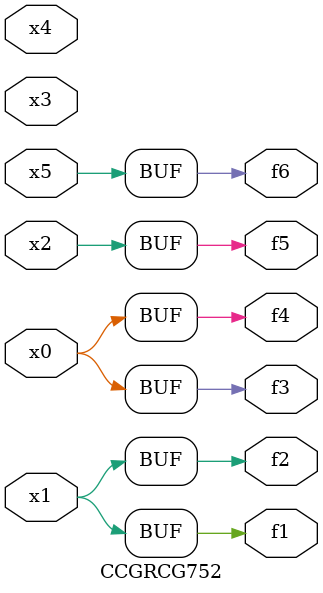
<source format=v>
module CCGRCG752(
	input x0, x1, x2, x3, x4, x5,
	output f1, f2, f3, f4, f5, f6
);
	assign f1 = x1;
	assign f2 = x1;
	assign f3 = x0;
	assign f4 = x0;
	assign f5 = x2;
	assign f6 = x5;
endmodule

</source>
